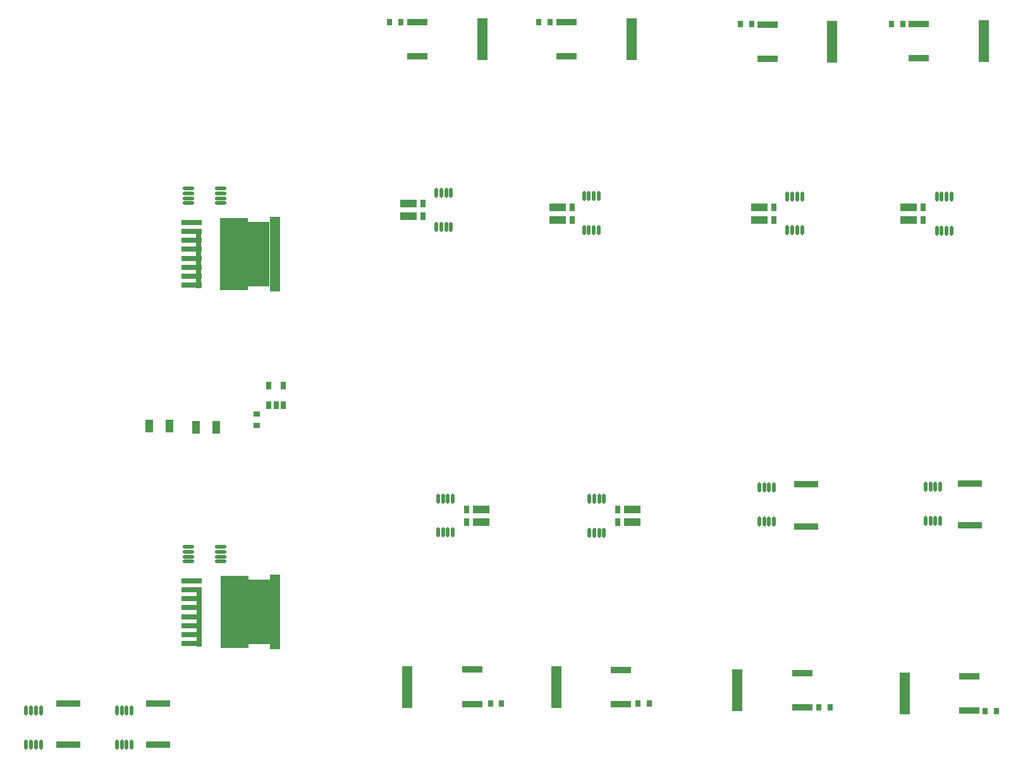
<source format=gtp>
G04 Layer_Color=8421504*
%FSLAX25Y25*%
%MOIN*%
G70*
G01*
G75*
%ADD10R,0.02756X0.03937*%
%ADD11R,0.04331X0.06693*%
%ADD12R,0.10630X0.03740*%
%ADD13R,0.05512X0.22244*%
%ADD14R,0.02756X0.03543*%
%ADD15R,0.11024X0.03150*%
%ADD16R,0.11417X0.34252*%
%ADD17R,0.12598X0.03543*%
%ADD18R,0.03543X0.02756*%
%ADD19R,0.12795X0.03543*%
%ADD20R,0.09055X0.03937*%
%ADD21R,0.03150X0.03937*%
%ADD22O,0.06299X0.01772*%
%ADD23O,0.01969X0.05315*%
%ADD27R,0.03150X0.31496*%
%ADD28R,0.05512X0.39764*%
%ADD29R,0.14567X0.38189*%
D10*
X141142Y230315D02*
D03*
X144882D02*
D03*
X148622D02*
D03*
Y240551D02*
D03*
X141142D02*
D03*
D11*
X113386Y218504D02*
D03*
X102756D02*
D03*
X77953Y219291D02*
D03*
X88583D02*
D03*
D12*
X483661Y431303D02*
D03*
Y413272D02*
D03*
X403937Y430866D02*
D03*
Y412835D02*
D03*
X219291Y432244D02*
D03*
Y414213D02*
D03*
X298031Y432244D02*
D03*
Y414213D02*
D03*
X248228Y72677D02*
D03*
Y90709D02*
D03*
X422441Y70744D02*
D03*
Y88775D02*
D03*
X510445Y69138D02*
D03*
Y87169D02*
D03*
X326783Y72622D02*
D03*
Y90654D02*
D03*
D13*
X517913Y422287D02*
D03*
X438189Y421850D02*
D03*
X253543Y423228D02*
D03*
X332283D02*
D03*
X213976Y81693D02*
D03*
X388189Y79760D02*
D03*
X476193Y78154D02*
D03*
X292531Y81638D02*
D03*
D14*
X469488Y431102D02*
D03*
X475394D02*
D03*
X389764Y431102D02*
D03*
X395669D02*
D03*
X204724Y432087D02*
D03*
X210630D02*
D03*
X283465D02*
D03*
X289370D02*
D03*
X437008Y70902D02*
D03*
X431102D02*
D03*
X524606Y68933D02*
D03*
X518701D02*
D03*
X263779Y72835D02*
D03*
X257874D02*
D03*
X341535Y72835D02*
D03*
X335630D02*
D03*
D15*
X100199Y326575D02*
D03*
Y321850D02*
D03*
Y317126D02*
D03*
Y293504D02*
D03*
Y298228D02*
D03*
Y302953D02*
D03*
Y307677D02*
D03*
Y312402D02*
D03*
X100396Y137598D02*
D03*
Y132874D02*
D03*
Y128150D02*
D03*
Y104527D02*
D03*
Y109252D02*
D03*
Y113976D02*
D03*
Y118701D02*
D03*
Y123425D02*
D03*
D16*
X135827Y310039D02*
D03*
X136024Y121063D02*
D03*
D17*
X35433Y72835D02*
D03*
Y51181D02*
D03*
X82677Y72835D02*
D03*
Y51181D02*
D03*
D18*
X134843Y225394D02*
D03*
Y219488D02*
D03*
D19*
X424213Y188421D02*
D03*
Y166374D02*
D03*
X510827Y189012D02*
D03*
Y166964D02*
D03*
D20*
X478346Y334646D02*
D03*
Y327953D02*
D03*
X399606Y334646D02*
D03*
Y327953D02*
D03*
X293307Y334449D02*
D03*
Y327756D02*
D03*
X214567Y336417D02*
D03*
Y329724D02*
D03*
X252953Y168504D02*
D03*
Y175197D02*
D03*
X332677Y168504D02*
D03*
Y175197D02*
D03*
D21*
X486024Y334646D02*
D03*
Y327953D02*
D03*
X407283Y334646D02*
D03*
Y327953D02*
D03*
X300984Y334449D02*
D03*
Y327756D02*
D03*
X222244Y336417D02*
D03*
Y329724D02*
D03*
X245276Y168504D02*
D03*
Y175197D02*
D03*
X325000Y168504D02*
D03*
Y175197D02*
D03*
D22*
X98819Y155413D02*
D03*
Y152854D02*
D03*
Y150295D02*
D03*
Y147736D02*
D03*
X115748Y155413D02*
D03*
Y152854D02*
D03*
Y150295D02*
D03*
Y147736D02*
D03*
X98819Y344390D02*
D03*
Y341831D02*
D03*
Y339272D02*
D03*
Y336713D02*
D03*
X115748Y344390D02*
D03*
Y341831D02*
D03*
Y339272D02*
D03*
Y336713D02*
D03*
D23*
X13189Y51181D02*
D03*
X15748D02*
D03*
X18307D02*
D03*
X20866D02*
D03*
X13189Y69095D02*
D03*
X15748D02*
D03*
X18307D02*
D03*
X20866D02*
D03*
X61024Y51181D02*
D03*
X63583D02*
D03*
X66142D02*
D03*
X68701D02*
D03*
X61024Y69095D02*
D03*
X63583D02*
D03*
X66142D02*
D03*
X68701D02*
D03*
X487303Y169228D02*
D03*
X489862D02*
D03*
X492421D02*
D03*
X494980D02*
D03*
X487303Y187142D02*
D03*
X489862D02*
D03*
X492421D02*
D03*
X494980D02*
D03*
X399658Y168905D02*
D03*
X402216D02*
D03*
X404776D02*
D03*
X407335D02*
D03*
X399658Y186819D02*
D03*
X402216D02*
D03*
X404776D02*
D03*
X407335D02*
D03*
X422193Y340362D02*
D03*
X419634D02*
D03*
X417075D02*
D03*
X414516D02*
D03*
X422193Y322449D02*
D03*
X419634D02*
D03*
X417075D02*
D03*
X414516D02*
D03*
X230366Y163102D02*
D03*
X232925D02*
D03*
X235484D02*
D03*
X238043D02*
D03*
X230366Y181016D02*
D03*
X232925D02*
D03*
X235484D02*
D03*
X238043D02*
D03*
X314910Y340500D02*
D03*
X312350D02*
D03*
X309791D02*
D03*
X307232D02*
D03*
X314910Y322587D02*
D03*
X312350D02*
D03*
X309791D02*
D03*
X307232D02*
D03*
X310090Y162965D02*
D03*
X312650D02*
D03*
X315209D02*
D03*
X317768D02*
D03*
X310090Y180878D02*
D03*
X312650D02*
D03*
X315209D02*
D03*
X317768D02*
D03*
X237154Y342138D02*
D03*
X234594D02*
D03*
X232035D02*
D03*
X229476D02*
D03*
X237154Y324224D02*
D03*
X234594D02*
D03*
X232035D02*
D03*
X229476D02*
D03*
X500933Y340158D02*
D03*
X498374D02*
D03*
X495815D02*
D03*
X493256D02*
D03*
X500933Y322244D02*
D03*
X498374D02*
D03*
X495815D02*
D03*
X493256D02*
D03*
D27*
X104134Y307677D02*
D03*
X104331Y118701D02*
D03*
D28*
X144291Y310039D02*
D03*
X144488Y121063D02*
D03*
D29*
X122835Y310039D02*
D03*
X123031Y121063D02*
D03*
M02*

</source>
